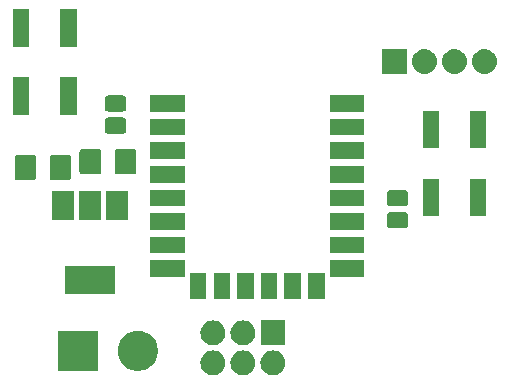
<source format=gts>
G04 #@! TF.GenerationSoftware,KiCad,Pcbnew,5.0.2-bee76a0~70~ubuntu18.04.1*
G04 #@! TF.CreationDate,2018-12-21T13:57:40+01:00*
G04 #@! TF.ProjectId,8FilPilotes,3846696c-5069-46c6-9f74-65732e6b6963,rev?*
G04 #@! TF.SameCoordinates,Original*
G04 #@! TF.FileFunction,Soldermask,Top*
G04 #@! TF.FilePolarity,Negative*
%FSLAX46Y46*%
G04 Gerber Fmt 4.6, Leading zero omitted, Abs format (unit mm)*
G04 Created by KiCad (PCBNEW 5.0.2-bee76a0~70~ubuntu18.04.1) date ven. 21 déc. 2018 13:57:40 CET*
%MOMM*%
%LPD*%
G01*
G04 APERTURE LIST*
%ADD10C,0.100000*%
G04 APERTURE END LIST*
D10*
G36*
X158878707Y-107923596D02*
X158955836Y-107931193D01*
X159087787Y-107971220D01*
X159153763Y-107991233D01*
X159336172Y-108088733D01*
X159496054Y-108219946D01*
X159627267Y-108379828D01*
X159724767Y-108562237D01*
X159724767Y-108562238D01*
X159784807Y-108760164D01*
X159805080Y-108966000D01*
X159784807Y-109171836D01*
X159754885Y-109270477D01*
X159724767Y-109369763D01*
X159627267Y-109552172D01*
X159496054Y-109712054D01*
X159336172Y-109843267D01*
X159153763Y-109940767D01*
X159087787Y-109960780D01*
X158955836Y-110000807D01*
X158878707Y-110008404D01*
X158801580Y-110016000D01*
X158698420Y-110016000D01*
X158621293Y-110008404D01*
X158544164Y-110000807D01*
X158412213Y-109960780D01*
X158346237Y-109940767D01*
X158163828Y-109843267D01*
X158003946Y-109712054D01*
X157872733Y-109552172D01*
X157775233Y-109369763D01*
X157745115Y-109270477D01*
X157715193Y-109171836D01*
X157694920Y-108966000D01*
X157715193Y-108760164D01*
X157775233Y-108562238D01*
X157775233Y-108562237D01*
X157872733Y-108379828D01*
X158003946Y-108219946D01*
X158163828Y-108088733D01*
X158346237Y-107991233D01*
X158412213Y-107971220D01*
X158544164Y-107931193D01*
X158621293Y-107923596D01*
X158698420Y-107916000D01*
X158801580Y-107916000D01*
X158878707Y-107923596D01*
X158878707Y-107923596D01*
G37*
G36*
X161418707Y-107923596D02*
X161495836Y-107931193D01*
X161627787Y-107971220D01*
X161693763Y-107991233D01*
X161876172Y-108088733D01*
X162036054Y-108219946D01*
X162167267Y-108379828D01*
X162264767Y-108562237D01*
X162264767Y-108562238D01*
X162324807Y-108760164D01*
X162345080Y-108966000D01*
X162324807Y-109171836D01*
X162294885Y-109270477D01*
X162264767Y-109369763D01*
X162167267Y-109552172D01*
X162036054Y-109712054D01*
X161876172Y-109843267D01*
X161693763Y-109940767D01*
X161627787Y-109960780D01*
X161495836Y-110000807D01*
X161418707Y-110008404D01*
X161341580Y-110016000D01*
X161238420Y-110016000D01*
X161161293Y-110008404D01*
X161084164Y-110000807D01*
X160952213Y-109960780D01*
X160886237Y-109940767D01*
X160703828Y-109843267D01*
X160543946Y-109712054D01*
X160412733Y-109552172D01*
X160315233Y-109369763D01*
X160285115Y-109270477D01*
X160255193Y-109171836D01*
X160234920Y-108966000D01*
X160255193Y-108760164D01*
X160315233Y-108562238D01*
X160315233Y-108562237D01*
X160412733Y-108379828D01*
X160543946Y-108219946D01*
X160703828Y-108088733D01*
X160886237Y-107991233D01*
X160952213Y-107971220D01*
X161084164Y-107931193D01*
X161161293Y-107923596D01*
X161238420Y-107916000D01*
X161341580Y-107916000D01*
X161418707Y-107923596D01*
X161418707Y-107923596D01*
G37*
G36*
X163958707Y-107923596D02*
X164035836Y-107931193D01*
X164167787Y-107971220D01*
X164233763Y-107991233D01*
X164416172Y-108088733D01*
X164576054Y-108219946D01*
X164707267Y-108379828D01*
X164804767Y-108562237D01*
X164804767Y-108562238D01*
X164864807Y-108760164D01*
X164885080Y-108966000D01*
X164864807Y-109171836D01*
X164834885Y-109270477D01*
X164804767Y-109369763D01*
X164707267Y-109552172D01*
X164576054Y-109712054D01*
X164416172Y-109843267D01*
X164233763Y-109940767D01*
X164167787Y-109960780D01*
X164035836Y-110000807D01*
X163958707Y-110008404D01*
X163881580Y-110016000D01*
X163778420Y-110016000D01*
X163701293Y-110008404D01*
X163624164Y-110000807D01*
X163492213Y-109960780D01*
X163426237Y-109940767D01*
X163243828Y-109843267D01*
X163083946Y-109712054D01*
X162952733Y-109552172D01*
X162855233Y-109369763D01*
X162825115Y-109270477D01*
X162795193Y-109171836D01*
X162774920Y-108966000D01*
X162795193Y-108760164D01*
X162855233Y-108562238D01*
X162855233Y-108562237D01*
X162952733Y-108379828D01*
X163083946Y-108219946D01*
X163243828Y-108088733D01*
X163426237Y-107991233D01*
X163492213Y-107971220D01*
X163624164Y-107931193D01*
X163701293Y-107923596D01*
X163778420Y-107916000D01*
X163881580Y-107916000D01*
X163958707Y-107923596D01*
X163958707Y-107923596D01*
G37*
G36*
X152786393Y-106293553D02*
X152895872Y-106315330D01*
X153205252Y-106443479D01*
X153483687Y-106629523D01*
X153720477Y-106866313D01*
X153906521Y-107144748D01*
X154034670Y-107454128D01*
X154056447Y-107563607D01*
X154100000Y-107782563D01*
X154100000Y-108117437D01*
X154056447Y-108336393D01*
X154034670Y-108445872D01*
X153906521Y-108755252D01*
X153720477Y-109033687D01*
X153483687Y-109270477D01*
X153205252Y-109456521D01*
X152895872Y-109584670D01*
X152786393Y-109606447D01*
X152567437Y-109650000D01*
X152232563Y-109650000D01*
X152013607Y-109606447D01*
X151904128Y-109584670D01*
X151594748Y-109456521D01*
X151316313Y-109270477D01*
X151079523Y-109033687D01*
X150893479Y-108755252D01*
X150765330Y-108445872D01*
X150743553Y-108336393D01*
X150700000Y-108117437D01*
X150700000Y-107782563D01*
X150743553Y-107563607D01*
X150765330Y-107454128D01*
X150893479Y-107144748D01*
X151079523Y-106866313D01*
X151316313Y-106629523D01*
X151594748Y-106443479D01*
X151904128Y-106315330D01*
X152013607Y-106293553D01*
X152232563Y-106250000D01*
X152567437Y-106250000D01*
X152786393Y-106293553D01*
X152786393Y-106293553D01*
G37*
G36*
X149020000Y-109650000D02*
X145620000Y-109650000D01*
X145620000Y-106250000D01*
X149020000Y-106250000D01*
X149020000Y-109650000D01*
X149020000Y-109650000D01*
G37*
G36*
X161418707Y-105383596D02*
X161495836Y-105391193D01*
X161627787Y-105431220D01*
X161693763Y-105451233D01*
X161876172Y-105548733D01*
X162036054Y-105679946D01*
X162167267Y-105839828D01*
X162264767Y-106022237D01*
X162264767Y-106022238D01*
X162324807Y-106220164D01*
X162345080Y-106426000D01*
X162324807Y-106631836D01*
X162284780Y-106763787D01*
X162264767Y-106829763D01*
X162167267Y-107012172D01*
X162036054Y-107172054D01*
X161876172Y-107303267D01*
X161693763Y-107400767D01*
X161627787Y-107420780D01*
X161495836Y-107460807D01*
X161418707Y-107468403D01*
X161341580Y-107476000D01*
X161238420Y-107476000D01*
X161161293Y-107468403D01*
X161084164Y-107460807D01*
X160952213Y-107420780D01*
X160886237Y-107400767D01*
X160703828Y-107303267D01*
X160543946Y-107172054D01*
X160412733Y-107012172D01*
X160315233Y-106829763D01*
X160295220Y-106763787D01*
X160255193Y-106631836D01*
X160234920Y-106426000D01*
X160255193Y-106220164D01*
X160315233Y-106022238D01*
X160315233Y-106022237D01*
X160412733Y-105839828D01*
X160543946Y-105679946D01*
X160703828Y-105548733D01*
X160886237Y-105451233D01*
X160952213Y-105431220D01*
X161084164Y-105391193D01*
X161161293Y-105383596D01*
X161238420Y-105376000D01*
X161341580Y-105376000D01*
X161418707Y-105383596D01*
X161418707Y-105383596D01*
G37*
G36*
X164880000Y-107476000D02*
X162780000Y-107476000D01*
X162780000Y-105376000D01*
X164880000Y-105376000D01*
X164880000Y-107476000D01*
X164880000Y-107476000D01*
G37*
G36*
X158878707Y-105383596D02*
X158955836Y-105391193D01*
X159087787Y-105431220D01*
X159153763Y-105451233D01*
X159336172Y-105548733D01*
X159496054Y-105679946D01*
X159627267Y-105839828D01*
X159724767Y-106022237D01*
X159724767Y-106022238D01*
X159784807Y-106220164D01*
X159805080Y-106426000D01*
X159784807Y-106631836D01*
X159744780Y-106763787D01*
X159724767Y-106829763D01*
X159627267Y-107012172D01*
X159496054Y-107172054D01*
X159336172Y-107303267D01*
X159153763Y-107400767D01*
X159087787Y-107420780D01*
X158955836Y-107460807D01*
X158878707Y-107468403D01*
X158801580Y-107476000D01*
X158698420Y-107476000D01*
X158621293Y-107468403D01*
X158544164Y-107460807D01*
X158412213Y-107420780D01*
X158346237Y-107400767D01*
X158163828Y-107303267D01*
X158003946Y-107172054D01*
X157872733Y-107012172D01*
X157775233Y-106829763D01*
X157755220Y-106763787D01*
X157715193Y-106631836D01*
X157694920Y-106426000D01*
X157715193Y-106220164D01*
X157775233Y-106022238D01*
X157775233Y-106022237D01*
X157872733Y-105839828D01*
X158003946Y-105679946D01*
X158163828Y-105548733D01*
X158346237Y-105451233D01*
X158412213Y-105431220D01*
X158544164Y-105391193D01*
X158621293Y-105383596D01*
X158698420Y-105376000D01*
X158801580Y-105376000D01*
X158878707Y-105383596D01*
X158878707Y-105383596D01*
G37*
G36*
X162200000Y-103600000D02*
X160800000Y-103600000D01*
X160800000Y-101400000D01*
X162200000Y-101400000D01*
X162200000Y-103600000D01*
X162200000Y-103600000D01*
G37*
G36*
X168200000Y-103600000D02*
X166800000Y-103600000D01*
X166800000Y-101400000D01*
X168200000Y-101400000D01*
X168200000Y-103600000D01*
X168200000Y-103600000D01*
G37*
G36*
X166200000Y-103600000D02*
X164800000Y-103600000D01*
X164800000Y-101400000D01*
X166200000Y-101400000D01*
X166200000Y-103600000D01*
X166200000Y-103600000D01*
G37*
G36*
X164200000Y-103600000D02*
X162800000Y-103600000D01*
X162800000Y-101400000D01*
X164200000Y-101400000D01*
X164200000Y-103600000D01*
X164200000Y-103600000D01*
G37*
G36*
X160200000Y-103600000D02*
X158800000Y-103600000D01*
X158800000Y-101400000D01*
X160200000Y-101400000D01*
X160200000Y-103600000D01*
X160200000Y-103600000D01*
G37*
G36*
X158200000Y-103600000D02*
X156800000Y-103600000D01*
X156800000Y-101400000D01*
X158200000Y-101400000D01*
X158200000Y-103600000D01*
X158200000Y-103600000D01*
G37*
G36*
X150439739Y-103137726D02*
X146239739Y-103137726D01*
X146239739Y-100737726D01*
X150439739Y-100737726D01*
X150439739Y-103137726D01*
X150439739Y-103137726D01*
G37*
G36*
X171550000Y-101700000D02*
X168650000Y-101700000D01*
X168650000Y-100300000D01*
X171550000Y-100300000D01*
X171550000Y-101700000D01*
X171550000Y-101700000D01*
G37*
G36*
X156350000Y-101700000D02*
X153450000Y-101700000D01*
X153450000Y-100300000D01*
X156350000Y-100300000D01*
X156350000Y-101700000D01*
X156350000Y-101700000D01*
G37*
G36*
X156350000Y-99700000D02*
X153450000Y-99700000D01*
X153450000Y-98300000D01*
X156350000Y-98300000D01*
X156350000Y-99700000D01*
X156350000Y-99700000D01*
G37*
G36*
X171550000Y-99700000D02*
X168650000Y-99700000D01*
X168650000Y-98300000D01*
X171550000Y-98300000D01*
X171550000Y-99700000D01*
X171550000Y-99700000D01*
G37*
G36*
X171550000Y-97700000D02*
X168650000Y-97700000D01*
X168650000Y-96300000D01*
X171550000Y-96300000D01*
X171550000Y-97700000D01*
X171550000Y-97700000D01*
G37*
G36*
X156350000Y-97700000D02*
X153450000Y-97700000D01*
X153450000Y-96300000D01*
X156350000Y-96300000D01*
X156350000Y-97700000D01*
X156350000Y-97700000D01*
G37*
G36*
X175044497Y-96219497D02*
X175097153Y-96235470D01*
X175145665Y-96261400D01*
X175188196Y-96296304D01*
X175223100Y-96338835D01*
X175249030Y-96387347D01*
X175265003Y-96440003D01*
X175271000Y-96500890D01*
X175271000Y-97301110D01*
X175265003Y-97361997D01*
X175249030Y-97414653D01*
X175223100Y-97463165D01*
X175188196Y-97505696D01*
X175145665Y-97540600D01*
X175097153Y-97566530D01*
X175044497Y-97582503D01*
X174983610Y-97588500D01*
X173758390Y-97588500D01*
X173697503Y-97582503D01*
X173644847Y-97566530D01*
X173596335Y-97540600D01*
X173553804Y-97505696D01*
X173518900Y-97463165D01*
X173492970Y-97414653D01*
X173476997Y-97361997D01*
X173471000Y-97301110D01*
X173471000Y-96500890D01*
X173476997Y-96440003D01*
X173492970Y-96387347D01*
X173518900Y-96338835D01*
X173553804Y-96296304D01*
X173596335Y-96261400D01*
X173644847Y-96235470D01*
X173697503Y-96219497D01*
X173758390Y-96213500D01*
X174983610Y-96213500D01*
X175044497Y-96219497D01*
X175044497Y-96219497D01*
G37*
G36*
X146989739Y-96837726D02*
X145089739Y-96837726D01*
X145089739Y-94437726D01*
X146989739Y-94437726D01*
X146989739Y-96837726D01*
X146989739Y-96837726D01*
G37*
G36*
X151589739Y-96837726D02*
X149689739Y-96837726D01*
X149689739Y-94437726D01*
X151589739Y-94437726D01*
X151589739Y-96837726D01*
X151589739Y-96837726D01*
G37*
G36*
X149289739Y-96837726D02*
X147389739Y-96837726D01*
X147389739Y-94437726D01*
X149289739Y-94437726D01*
X149289739Y-96837726D01*
X149289739Y-96837726D01*
G37*
G36*
X181897000Y-96530000D02*
X180497000Y-96530000D01*
X180497000Y-93380000D01*
X181897000Y-93380000D01*
X181897000Y-96530000D01*
X181897000Y-96530000D01*
G37*
G36*
X177897000Y-96530000D02*
X176497000Y-96530000D01*
X176497000Y-93380000D01*
X177897000Y-93380000D01*
X177897000Y-96530000D01*
X177897000Y-96530000D01*
G37*
G36*
X175044497Y-94344497D02*
X175097153Y-94360470D01*
X175145665Y-94386400D01*
X175188196Y-94421304D01*
X175223100Y-94463835D01*
X175249030Y-94512347D01*
X175265003Y-94565003D01*
X175271000Y-94625890D01*
X175271000Y-95426110D01*
X175265003Y-95486997D01*
X175249030Y-95539653D01*
X175223100Y-95588165D01*
X175188196Y-95630696D01*
X175145665Y-95665600D01*
X175097153Y-95691530D01*
X175044497Y-95707503D01*
X174983610Y-95713500D01*
X173758390Y-95713500D01*
X173697503Y-95707503D01*
X173644847Y-95691530D01*
X173596335Y-95665600D01*
X173553804Y-95630696D01*
X173518900Y-95588165D01*
X173492970Y-95539653D01*
X173476997Y-95486997D01*
X173471000Y-95426110D01*
X173471000Y-94625890D01*
X173476997Y-94565003D01*
X173492970Y-94512347D01*
X173518900Y-94463835D01*
X173553804Y-94421304D01*
X173596335Y-94386400D01*
X173644847Y-94360470D01*
X173697503Y-94344497D01*
X173758390Y-94338500D01*
X174983610Y-94338500D01*
X175044497Y-94344497D01*
X175044497Y-94344497D01*
G37*
G36*
X156350000Y-95700000D02*
X153450000Y-95700000D01*
X153450000Y-94300000D01*
X156350000Y-94300000D01*
X156350000Y-95700000D01*
X156350000Y-95700000D01*
G37*
G36*
X171550000Y-95700000D02*
X168650000Y-95700000D01*
X168650000Y-94300000D01*
X171550000Y-94300000D01*
X171550000Y-95700000D01*
X171550000Y-95700000D01*
G37*
G36*
X156350000Y-93700000D02*
X153450000Y-93700000D01*
X153450000Y-92300000D01*
X156350000Y-92300000D01*
X156350000Y-93700000D01*
X156350000Y-93700000D01*
G37*
G36*
X171550000Y-93700000D02*
X168650000Y-93700000D01*
X168650000Y-92300000D01*
X171550000Y-92300000D01*
X171550000Y-93700000D01*
X171550000Y-93700000D01*
G37*
G36*
X143584721Y-91367912D02*
X143629443Y-91381479D01*
X143670672Y-91403516D01*
X143706800Y-91433165D01*
X143736449Y-91469293D01*
X143758486Y-91510522D01*
X143772053Y-91555244D01*
X143777239Y-91607901D01*
X143777239Y-93267551D01*
X143772053Y-93320208D01*
X143758486Y-93364930D01*
X143736449Y-93406159D01*
X143706800Y-93442287D01*
X143670672Y-93471936D01*
X143629443Y-93493973D01*
X143584721Y-93507540D01*
X143532064Y-93512726D01*
X142197414Y-93512726D01*
X142144757Y-93507540D01*
X142100035Y-93493973D01*
X142058806Y-93471936D01*
X142022678Y-93442287D01*
X141993029Y-93406159D01*
X141970992Y-93364930D01*
X141957425Y-93320208D01*
X141952239Y-93267551D01*
X141952239Y-91607901D01*
X141957425Y-91555244D01*
X141970992Y-91510522D01*
X141993029Y-91469293D01*
X142022678Y-91433165D01*
X142058806Y-91403516D01*
X142100035Y-91381479D01*
X142144757Y-91367912D01*
X142197414Y-91362726D01*
X143532064Y-91362726D01*
X143584721Y-91367912D01*
X143584721Y-91367912D01*
G37*
G36*
X146559721Y-91367912D02*
X146604443Y-91381479D01*
X146645672Y-91403516D01*
X146681800Y-91433165D01*
X146711449Y-91469293D01*
X146733486Y-91510522D01*
X146747053Y-91555244D01*
X146752239Y-91607901D01*
X146752239Y-93267551D01*
X146747053Y-93320208D01*
X146733486Y-93364930D01*
X146711449Y-93406159D01*
X146681800Y-93442287D01*
X146645672Y-93471936D01*
X146604443Y-93493973D01*
X146559721Y-93507540D01*
X146507064Y-93512726D01*
X145172414Y-93512726D01*
X145119757Y-93507540D01*
X145075035Y-93493973D01*
X145033806Y-93471936D01*
X144997678Y-93442287D01*
X144968029Y-93406159D01*
X144945992Y-93364930D01*
X144932425Y-93320208D01*
X144927239Y-93267551D01*
X144927239Y-91607901D01*
X144932425Y-91555244D01*
X144945992Y-91510522D01*
X144968029Y-91469293D01*
X144997678Y-91433165D01*
X145033806Y-91403516D01*
X145075035Y-91381479D01*
X145119757Y-91367912D01*
X145172414Y-91362726D01*
X146507064Y-91362726D01*
X146559721Y-91367912D01*
X146559721Y-91367912D01*
G37*
G36*
X149084721Y-90867912D02*
X149129443Y-90881479D01*
X149170672Y-90903516D01*
X149206800Y-90933165D01*
X149236449Y-90969293D01*
X149258486Y-91010522D01*
X149272053Y-91055244D01*
X149277239Y-91107901D01*
X149277239Y-92767551D01*
X149272053Y-92820208D01*
X149258486Y-92864930D01*
X149236449Y-92906159D01*
X149206800Y-92942287D01*
X149170672Y-92971936D01*
X149129443Y-92993973D01*
X149084721Y-93007540D01*
X149032064Y-93012726D01*
X147697414Y-93012726D01*
X147644757Y-93007540D01*
X147600035Y-92993973D01*
X147558806Y-92971936D01*
X147522678Y-92942287D01*
X147493029Y-92906159D01*
X147470992Y-92864930D01*
X147457425Y-92820208D01*
X147452239Y-92767551D01*
X147452239Y-91107901D01*
X147457425Y-91055244D01*
X147470992Y-91010522D01*
X147493029Y-90969293D01*
X147522678Y-90933165D01*
X147558806Y-90903516D01*
X147600035Y-90881479D01*
X147644757Y-90867912D01*
X147697414Y-90862726D01*
X149032064Y-90862726D01*
X149084721Y-90867912D01*
X149084721Y-90867912D01*
G37*
G36*
X152059721Y-90867912D02*
X152104443Y-90881479D01*
X152145672Y-90903516D01*
X152181800Y-90933165D01*
X152211449Y-90969293D01*
X152233486Y-91010522D01*
X152247053Y-91055244D01*
X152252239Y-91107901D01*
X152252239Y-92767551D01*
X152247053Y-92820208D01*
X152233486Y-92864930D01*
X152211449Y-92906159D01*
X152181800Y-92942287D01*
X152145672Y-92971936D01*
X152104443Y-92993973D01*
X152059721Y-93007540D01*
X152007064Y-93012726D01*
X150672414Y-93012726D01*
X150619757Y-93007540D01*
X150575035Y-92993973D01*
X150533806Y-92971936D01*
X150497678Y-92942287D01*
X150468029Y-92906159D01*
X150445992Y-92864930D01*
X150432425Y-92820208D01*
X150427239Y-92767551D01*
X150427239Y-91107901D01*
X150432425Y-91055244D01*
X150445992Y-91010522D01*
X150468029Y-90969293D01*
X150497678Y-90933165D01*
X150533806Y-90903516D01*
X150575035Y-90881479D01*
X150619757Y-90867912D01*
X150672414Y-90862726D01*
X152007064Y-90862726D01*
X152059721Y-90867912D01*
X152059721Y-90867912D01*
G37*
G36*
X156350000Y-91700000D02*
X153450000Y-91700000D01*
X153450000Y-90300000D01*
X156350000Y-90300000D01*
X156350000Y-91700000D01*
X156350000Y-91700000D01*
G37*
G36*
X171550000Y-91700000D02*
X168650000Y-91700000D01*
X168650000Y-90300000D01*
X171550000Y-90300000D01*
X171550000Y-91700000D01*
X171550000Y-91700000D01*
G37*
G36*
X181897000Y-90770000D02*
X180497000Y-90770000D01*
X180497000Y-87620000D01*
X181897000Y-87620000D01*
X181897000Y-90770000D01*
X181897000Y-90770000D01*
G37*
G36*
X177897000Y-90770000D02*
X176497000Y-90770000D01*
X176497000Y-87620000D01*
X177897000Y-87620000D01*
X177897000Y-90770000D01*
X177897000Y-90770000D01*
G37*
G36*
X156350000Y-89700000D02*
X153450000Y-89700000D01*
X153450000Y-88300000D01*
X156350000Y-88300000D01*
X156350000Y-89700000D01*
X156350000Y-89700000D01*
G37*
G36*
X171550000Y-89700000D02*
X168650000Y-89700000D01*
X168650000Y-88300000D01*
X171550000Y-88300000D01*
X171550000Y-89700000D01*
X171550000Y-89700000D01*
G37*
G36*
X151173497Y-88193497D02*
X151226153Y-88209470D01*
X151274665Y-88235400D01*
X151317196Y-88270304D01*
X151352100Y-88312835D01*
X151378030Y-88361347D01*
X151394003Y-88414003D01*
X151400000Y-88474890D01*
X151400000Y-89275110D01*
X151394003Y-89335997D01*
X151378030Y-89388653D01*
X151352100Y-89437165D01*
X151317196Y-89479696D01*
X151274665Y-89514600D01*
X151226153Y-89540530D01*
X151173497Y-89556503D01*
X151112610Y-89562500D01*
X149887390Y-89562500D01*
X149826503Y-89556503D01*
X149773847Y-89540530D01*
X149725335Y-89514600D01*
X149682804Y-89479696D01*
X149647900Y-89437165D01*
X149621970Y-89388653D01*
X149605997Y-89335997D01*
X149600000Y-89275110D01*
X149600000Y-88474890D01*
X149605997Y-88414003D01*
X149621970Y-88361347D01*
X149647900Y-88312835D01*
X149682804Y-88270304D01*
X149725335Y-88235400D01*
X149773847Y-88209470D01*
X149826503Y-88193497D01*
X149887390Y-88187500D01*
X151112610Y-88187500D01*
X151173497Y-88193497D01*
X151173497Y-88193497D01*
G37*
G36*
X147200000Y-87955000D02*
X145800000Y-87955000D01*
X145800000Y-84805000D01*
X147200000Y-84805000D01*
X147200000Y-87955000D01*
X147200000Y-87955000D01*
G37*
G36*
X143200000Y-87955000D02*
X141800000Y-87955000D01*
X141800000Y-84805000D01*
X143200000Y-84805000D01*
X143200000Y-87955000D01*
X143200000Y-87955000D01*
G37*
G36*
X171550000Y-87700000D02*
X168650000Y-87700000D01*
X168650000Y-86300000D01*
X171550000Y-86300000D01*
X171550000Y-87700000D01*
X171550000Y-87700000D01*
G37*
G36*
X156350000Y-87700000D02*
X153450000Y-87700000D01*
X153450000Y-86300000D01*
X156350000Y-86300000D01*
X156350000Y-87700000D01*
X156350000Y-87700000D01*
G37*
G36*
X151173497Y-86318497D02*
X151226153Y-86334470D01*
X151274665Y-86360400D01*
X151317196Y-86395304D01*
X151352100Y-86437835D01*
X151378030Y-86486347D01*
X151394003Y-86539003D01*
X151400000Y-86599890D01*
X151400000Y-87400110D01*
X151394003Y-87460997D01*
X151378030Y-87513653D01*
X151352100Y-87562165D01*
X151317196Y-87604696D01*
X151274665Y-87639600D01*
X151226153Y-87665530D01*
X151173497Y-87681503D01*
X151112610Y-87687500D01*
X149887390Y-87687500D01*
X149826503Y-87681503D01*
X149773847Y-87665530D01*
X149725335Y-87639600D01*
X149682804Y-87604696D01*
X149647900Y-87562165D01*
X149621970Y-87513653D01*
X149605997Y-87460997D01*
X149600000Y-87400110D01*
X149600000Y-86599890D01*
X149605997Y-86539003D01*
X149621970Y-86486347D01*
X149647900Y-86437835D01*
X149682804Y-86395304D01*
X149725335Y-86360400D01*
X149773847Y-86334470D01*
X149826503Y-86318497D01*
X149887390Y-86312500D01*
X151112610Y-86312500D01*
X151173497Y-86318497D01*
X151173497Y-86318497D01*
G37*
G36*
X181865707Y-82396596D02*
X181942836Y-82404193D01*
X182074787Y-82444220D01*
X182140763Y-82464233D01*
X182323172Y-82561733D01*
X182483054Y-82692946D01*
X182614267Y-82852828D01*
X182711767Y-83035237D01*
X182711767Y-83035238D01*
X182771807Y-83233164D01*
X182792080Y-83439000D01*
X182771807Y-83644836D01*
X182731780Y-83776787D01*
X182711767Y-83842763D01*
X182614267Y-84025172D01*
X182483054Y-84185054D01*
X182323172Y-84316267D01*
X182140763Y-84413767D01*
X182074787Y-84433780D01*
X181942836Y-84473807D01*
X181865707Y-84481403D01*
X181788580Y-84489000D01*
X181685420Y-84489000D01*
X181608293Y-84481403D01*
X181531164Y-84473807D01*
X181399213Y-84433780D01*
X181333237Y-84413767D01*
X181150828Y-84316267D01*
X180990946Y-84185054D01*
X180859733Y-84025172D01*
X180762233Y-83842763D01*
X180742220Y-83776787D01*
X180702193Y-83644836D01*
X180681920Y-83439000D01*
X180702193Y-83233164D01*
X180762233Y-83035238D01*
X180762233Y-83035237D01*
X180859733Y-82852828D01*
X180990946Y-82692946D01*
X181150828Y-82561733D01*
X181333237Y-82464233D01*
X181399213Y-82444220D01*
X181531164Y-82404193D01*
X181608293Y-82396596D01*
X181685420Y-82389000D01*
X181788580Y-82389000D01*
X181865707Y-82396596D01*
X181865707Y-82396596D01*
G37*
G36*
X179325707Y-82396596D02*
X179402836Y-82404193D01*
X179534787Y-82444220D01*
X179600763Y-82464233D01*
X179783172Y-82561733D01*
X179943054Y-82692946D01*
X180074267Y-82852828D01*
X180171767Y-83035237D01*
X180171767Y-83035238D01*
X180231807Y-83233164D01*
X180252080Y-83439000D01*
X180231807Y-83644836D01*
X180191780Y-83776787D01*
X180171767Y-83842763D01*
X180074267Y-84025172D01*
X179943054Y-84185054D01*
X179783172Y-84316267D01*
X179600763Y-84413767D01*
X179534787Y-84433780D01*
X179402836Y-84473807D01*
X179325707Y-84481403D01*
X179248580Y-84489000D01*
X179145420Y-84489000D01*
X179068293Y-84481403D01*
X178991164Y-84473807D01*
X178859213Y-84433780D01*
X178793237Y-84413767D01*
X178610828Y-84316267D01*
X178450946Y-84185054D01*
X178319733Y-84025172D01*
X178222233Y-83842763D01*
X178202220Y-83776787D01*
X178162193Y-83644836D01*
X178141920Y-83439000D01*
X178162193Y-83233164D01*
X178222233Y-83035238D01*
X178222233Y-83035237D01*
X178319733Y-82852828D01*
X178450946Y-82692946D01*
X178610828Y-82561733D01*
X178793237Y-82464233D01*
X178859213Y-82444220D01*
X178991164Y-82404193D01*
X179068293Y-82396596D01*
X179145420Y-82389000D01*
X179248580Y-82389000D01*
X179325707Y-82396596D01*
X179325707Y-82396596D01*
G37*
G36*
X176785707Y-82396596D02*
X176862836Y-82404193D01*
X176994787Y-82444220D01*
X177060763Y-82464233D01*
X177243172Y-82561733D01*
X177403054Y-82692946D01*
X177534267Y-82852828D01*
X177631767Y-83035237D01*
X177631767Y-83035238D01*
X177691807Y-83233164D01*
X177712080Y-83439000D01*
X177691807Y-83644836D01*
X177651780Y-83776787D01*
X177631767Y-83842763D01*
X177534267Y-84025172D01*
X177403054Y-84185054D01*
X177243172Y-84316267D01*
X177060763Y-84413767D01*
X176994787Y-84433780D01*
X176862836Y-84473807D01*
X176785707Y-84481403D01*
X176708580Y-84489000D01*
X176605420Y-84489000D01*
X176528293Y-84481403D01*
X176451164Y-84473807D01*
X176319213Y-84433780D01*
X176253237Y-84413767D01*
X176070828Y-84316267D01*
X175910946Y-84185054D01*
X175779733Y-84025172D01*
X175682233Y-83842763D01*
X175662220Y-83776787D01*
X175622193Y-83644836D01*
X175601920Y-83439000D01*
X175622193Y-83233164D01*
X175682233Y-83035238D01*
X175682233Y-83035237D01*
X175779733Y-82852828D01*
X175910946Y-82692946D01*
X176070828Y-82561733D01*
X176253237Y-82464233D01*
X176319213Y-82444220D01*
X176451164Y-82404193D01*
X176528293Y-82396596D01*
X176605420Y-82389000D01*
X176708580Y-82389000D01*
X176785707Y-82396596D01*
X176785707Y-82396596D01*
G37*
G36*
X175167000Y-84489000D02*
X173067000Y-84489000D01*
X173067000Y-82389000D01*
X175167000Y-82389000D01*
X175167000Y-84489000D01*
X175167000Y-84489000D01*
G37*
G36*
X147200000Y-82195000D02*
X145800000Y-82195000D01*
X145800000Y-79045000D01*
X147200000Y-79045000D01*
X147200000Y-82195000D01*
X147200000Y-82195000D01*
G37*
G36*
X143200000Y-82195000D02*
X141800000Y-82195000D01*
X141800000Y-79045000D01*
X143200000Y-79045000D01*
X143200000Y-82195000D01*
X143200000Y-82195000D01*
G37*
M02*

</source>
